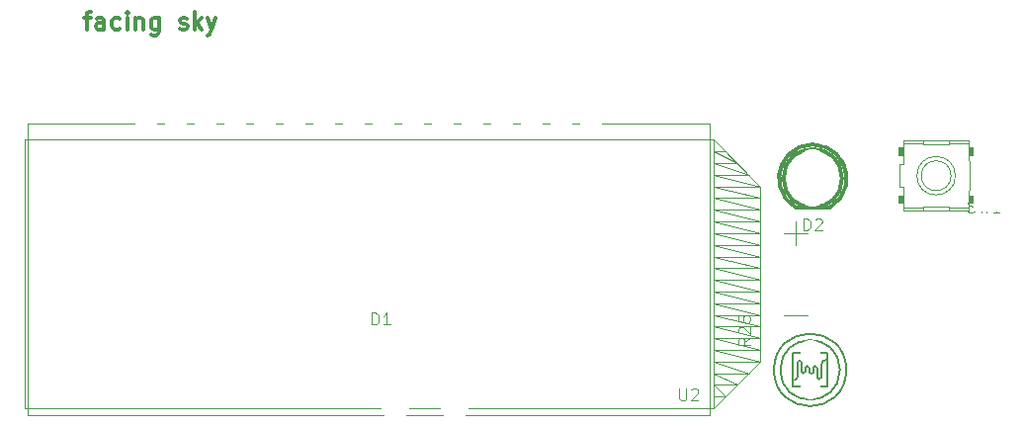
<source format=gbr>
%TF.GenerationSoftware,KiCad,Pcbnew,(2015-12-30 BZR 6409)-product*%
%TF.CreationDate,2016-01-04T10:30:51+01:00*%
%TF.ProjectId,gp8-clock,6770382D636C6F636B2E6B696361645F,rev?*%
%TF.FileFunction,Legend,Top*%
%FSLAX46Y46*%
G04 Gerber Fmt 4.6, Leading zero omitted, Abs format (unit mm)*
G04 Created by KiCad (PCBNEW (2015-12-30 BZR 6409)-product) date pon, 4 sty 2016, 10:30:51*
%MOMM*%
G01*
G04 APERTURE LIST*
%ADD10C,0.100000*%
%ADD11C,0.300000*%
%ADD12C,0.299720*%
%ADD13C,0.203200*%
%ADD14C,0.101600*%
%ADD15C,1.924000*%
%ADD16R,2.599640X1.924000*%
%ADD17O,2.599640X1.924000*%
%ADD18C,1.197560*%
%ADD19C,1.400760*%
%ADD20C,2.398980*%
%ADD21C,1.416000*%
%ADD22R,1.924000X2.599640*%
%ADD23O,1.924000X2.599640*%
%ADD24C,1.800000*%
%ADD25C,2.400000*%
%ADD26R,2.000000X1.800000*%
G04 APERTURE END LIST*
D10*
D11*
X112431428Y-80958571D02*
X113002857Y-80958571D01*
X112645714Y-81958571D02*
X112645714Y-80672857D01*
X112717142Y-80530000D01*
X112860000Y-80458571D01*
X113002857Y-80458571D01*
X114145714Y-81958571D02*
X114145714Y-81172857D01*
X114074285Y-81030000D01*
X113931428Y-80958571D01*
X113645714Y-80958571D01*
X113502857Y-81030000D01*
X114145714Y-81887143D02*
X114002857Y-81958571D01*
X113645714Y-81958571D01*
X113502857Y-81887143D01*
X113431428Y-81744286D01*
X113431428Y-81601429D01*
X113502857Y-81458571D01*
X113645714Y-81387143D01*
X114002857Y-81387143D01*
X114145714Y-81315714D01*
X115502857Y-81887143D02*
X115360000Y-81958571D01*
X115074286Y-81958571D01*
X114931428Y-81887143D01*
X114860000Y-81815714D01*
X114788571Y-81672857D01*
X114788571Y-81244286D01*
X114860000Y-81101429D01*
X114931428Y-81030000D01*
X115074286Y-80958571D01*
X115360000Y-80958571D01*
X115502857Y-81030000D01*
X116145714Y-81958571D02*
X116145714Y-80958571D01*
X116145714Y-80458571D02*
X116074285Y-80530000D01*
X116145714Y-80601429D01*
X116217142Y-80530000D01*
X116145714Y-80458571D01*
X116145714Y-80601429D01*
X116860000Y-80958571D02*
X116860000Y-81958571D01*
X116860000Y-81101429D02*
X116931428Y-81030000D01*
X117074286Y-80958571D01*
X117288571Y-80958571D01*
X117431428Y-81030000D01*
X117502857Y-81172857D01*
X117502857Y-81958571D01*
X118860000Y-80958571D02*
X118860000Y-82172857D01*
X118788571Y-82315714D01*
X118717143Y-82387143D01*
X118574286Y-82458571D01*
X118360000Y-82458571D01*
X118217143Y-82387143D01*
X118860000Y-81887143D02*
X118717143Y-81958571D01*
X118431429Y-81958571D01*
X118288571Y-81887143D01*
X118217143Y-81815714D01*
X118145714Y-81672857D01*
X118145714Y-81244286D01*
X118217143Y-81101429D01*
X118288571Y-81030000D01*
X118431429Y-80958571D01*
X118717143Y-80958571D01*
X118860000Y-81030000D01*
X120645714Y-81887143D02*
X120788571Y-81958571D01*
X121074286Y-81958571D01*
X121217143Y-81887143D01*
X121288571Y-81744286D01*
X121288571Y-81672857D01*
X121217143Y-81530000D01*
X121074286Y-81458571D01*
X120860000Y-81458571D01*
X120717143Y-81387143D01*
X120645714Y-81244286D01*
X120645714Y-81172857D01*
X120717143Y-81030000D01*
X120860000Y-80958571D01*
X121074286Y-80958571D01*
X121217143Y-81030000D01*
X121931429Y-81958571D02*
X121931429Y-80458571D01*
X122074286Y-81387143D02*
X122502857Y-81958571D01*
X122502857Y-80958571D02*
X121931429Y-81530000D01*
X123002858Y-80958571D02*
X123360001Y-81958571D01*
X123717143Y-80958571D02*
X123360001Y-81958571D01*
X123217143Y-82315714D01*
X123145715Y-82387143D01*
X123002858Y-82458571D01*
D10*
X166064000Y-90011000D02*
X107644000Y-90011000D01*
X107644000Y-90011000D02*
X107644000Y-115011000D01*
X166064000Y-115011000D02*
X107644000Y-115011000D01*
X166064000Y-90011000D02*
X166064000Y-115011000D01*
X167374000Y-92411000D02*
X166374000Y-92411000D01*
X166374000Y-92411000D02*
X168374000Y-93411000D01*
X168374000Y-93411000D02*
X166374000Y-93411000D01*
X166374000Y-93411000D02*
X169374000Y-94411000D01*
X169374000Y-94411000D02*
X166374000Y-94411000D01*
X166374000Y-94411000D02*
X170374000Y-95411000D01*
X170374000Y-95411000D02*
X166374000Y-95411000D01*
X166374000Y-95411000D02*
X170374000Y-96411000D01*
X170374000Y-96411000D02*
X166374000Y-96411000D01*
X166374000Y-96411000D02*
X170374000Y-97411000D01*
X170374000Y-97411000D02*
X166374000Y-97411000D01*
X166374000Y-97411000D02*
X170374000Y-98411000D01*
X170374000Y-98411000D02*
X166374000Y-98411000D01*
X166374000Y-98411000D02*
X170374000Y-99411000D01*
X170374000Y-99411000D02*
X166374000Y-99411000D01*
X166374000Y-99411000D02*
X170374000Y-100411000D01*
X170374000Y-100411000D02*
X166374000Y-100411000D01*
X166374000Y-100411000D02*
X170374000Y-101411000D01*
X170374000Y-101411000D02*
X166374000Y-101411000D01*
X166374000Y-101411000D02*
X170374000Y-102411000D01*
X170374000Y-102411000D02*
X166374000Y-102411000D01*
X166374000Y-102411000D02*
X170374000Y-103411000D01*
X170374000Y-103411000D02*
X166374000Y-103411000D01*
X166374000Y-103411000D02*
X170374000Y-104411000D01*
X170374000Y-104411000D02*
X166374000Y-104411000D01*
X166374000Y-104411000D02*
X170374000Y-105411000D01*
X170374000Y-105411000D02*
X166374000Y-105411000D01*
X166374000Y-105411000D02*
X170374000Y-106411000D01*
X170374000Y-106411000D02*
X166374000Y-106411000D01*
X166374000Y-106411000D02*
X170374000Y-107411000D01*
X170374000Y-107411000D02*
X166374000Y-107411000D01*
X166374000Y-107411000D02*
X170374000Y-108411000D01*
X170374000Y-108411000D02*
X166374000Y-108411000D01*
X166374000Y-108411000D02*
X170374000Y-109411000D01*
X170374000Y-109411000D02*
X166374000Y-109411000D01*
X166374000Y-109411000D02*
X170374000Y-110411000D01*
X170374000Y-110411000D02*
X166374000Y-110411000D01*
X166374000Y-110411000D02*
X169374000Y-111411000D01*
X169374000Y-111411000D02*
X166374000Y-111411000D01*
X166374000Y-111411000D02*
X168374000Y-112411000D01*
X168374000Y-112411000D02*
X166374000Y-112411000D01*
X166374000Y-112411000D02*
X167374000Y-113411000D01*
X167374000Y-113411000D02*
X166374000Y-113411000D01*
X172374000Y-106411000D02*
X174374000Y-106411000D01*
X173374000Y-98411000D02*
X173374000Y-100411000D01*
X172374000Y-99411000D02*
X174374000Y-99411000D01*
X166374000Y-91411000D02*
X166374000Y-114411000D01*
X166374000Y-91411000D02*
X170374000Y-95411000D01*
X166374000Y-114411000D02*
X170374000Y-110411000D01*
X170374000Y-110411000D02*
X170374000Y-105411000D01*
X170374000Y-95411000D02*
X170374000Y-105411000D01*
X107374000Y-114411000D02*
X166374000Y-114411000D01*
X107374000Y-91411000D02*
X166374000Y-91411000D01*
X107374000Y-114411000D02*
X107374000Y-91411000D01*
D12*
X173383340Y-97210360D02*
X176324660Y-97210360D01*
X176344980Y-97200200D02*
G75*
G03X177343200Y-93220020I-1490980J2489200D01*
G01*
X172354640Y-93240340D02*
G75*
G03X173383340Y-97210360I2499360J-1470660D01*
G01*
X177754680Y-94711000D02*
G75*
G03X174854000Y-91810320I-2900680J0D01*
G01*
X174854000Y-91810320D02*
G75*
G03X171953320Y-94711000I0J-2900680D01*
G01*
X177353360Y-94711000D02*
G75*
G03X177353360Y-94711000I-2499360J0D01*
G01*
D13*
X173125000Y-109692400D02*
X173125000Y-112557600D01*
X173125000Y-112557600D02*
X173800000Y-112557600D01*
X175450000Y-112557600D02*
X176125000Y-112557600D01*
X176125000Y-112557600D02*
X176125000Y-109692400D01*
X176125000Y-109692400D02*
X175450000Y-109692400D01*
X173800000Y-109692400D02*
X173125000Y-109692400D01*
X175568199Y-110720801D02*
G75*
G02X176039700Y-110249200I471551J50D01*
G01*
X175568200Y-110720800D02*
X175568200Y-111798700D01*
X175231300Y-111798700D02*
G75*
G03X175568200Y-111798700I168450J0D01*
G01*
X175231300Y-111798700D02*
X175231300Y-110922900D01*
X174894500Y-110922900D02*
G75*
G02X175231300Y-110922900I168400J0D01*
G01*
X174894500Y-110922900D02*
X174894500Y-111327100D01*
X174557600Y-111327100D02*
G75*
G03X174894500Y-111327100I168450J0D01*
G01*
X174557600Y-111327100D02*
X174557600Y-110922900D01*
X174220800Y-110922900D02*
G75*
G02X174557600Y-110922900I168400J0D01*
G01*
X174220800Y-110922900D02*
X174220800Y-111259700D01*
X173884000Y-111259700D02*
G75*
G03X174220800Y-111259700I168400J0D01*
G01*
X173884000Y-111259700D02*
X173884000Y-110451300D01*
X173547100Y-110451300D02*
G75*
G02X173884000Y-110451300I168450J0D01*
G01*
X173547100Y-110451300D02*
X173547100Y-111731300D01*
X173210300Y-112000800D02*
G75*
G03X173547100Y-111731300I60576J269500D01*
G01*
X177725000Y-111125000D02*
G75*
G03X177725000Y-111125000I-3100000J0D01*
G01*
X177175000Y-111125000D02*
G75*
G03X177175000Y-111125000I-2550000J0D01*
G01*
D14*
X188180600Y-97486100D02*
X182659400Y-97486100D01*
X182659400Y-97486100D02*
X182659400Y-95482400D01*
X182659400Y-95482400D02*
X182243800Y-95482400D01*
X182243800Y-95482400D02*
X182243800Y-93508400D01*
X182243800Y-93508400D02*
X182659400Y-93508400D01*
X182659400Y-93508400D02*
X182659400Y-91489900D01*
X182659400Y-91489900D02*
X188180600Y-91489900D01*
X188180600Y-91489900D02*
X188180600Y-93152200D01*
X188180600Y-93152200D02*
X188299400Y-93271000D01*
X188299400Y-93271000D02*
X188299400Y-95690200D01*
X188299400Y-95690200D02*
X188180600Y-95809000D01*
X188180600Y-95809000D02*
X188180600Y-97486100D01*
X182703900Y-91727400D02*
X184351400Y-91727400D01*
X184351400Y-91727400D02*
X184351400Y-91831300D01*
X184351400Y-91831300D02*
X186503500Y-91831300D01*
X186503500Y-91831300D02*
X186503500Y-91549300D01*
X186548000Y-91727400D02*
X188121200Y-91727400D01*
X184351400Y-91727400D02*
X184351400Y-91534500D01*
X182703900Y-97248600D02*
X184351400Y-97248600D01*
X184351400Y-97248600D02*
X184351400Y-97144700D01*
X184351400Y-97144700D02*
X186503500Y-97144700D01*
X186503500Y-97144700D02*
X186503500Y-97426700D01*
X186548000Y-97248600D02*
X188121200Y-97248600D01*
X184351400Y-97248600D02*
X184351400Y-97441600D01*
X186696400Y-94488000D02*
G75*
G03X186696400Y-94488000I-1276400J0D01*
G01*
X187067500Y-94488000D02*
G75*
G03X187067500Y-94488000I-1647500J0D01*
G01*
D10*
G36*
X188744600Y-96165100D02*
X188195500Y-96165100D01*
X188195500Y-96922100D01*
X188744600Y-96922100D01*
X188744600Y-96165100D01*
G37*
G36*
X188744600Y-92053900D02*
X188210300Y-92053900D01*
X188210300Y-92825700D01*
X188744600Y-92825700D01*
X188744600Y-92053900D01*
G37*
G36*
X182629700Y-96165100D02*
X182095400Y-96165100D01*
X182095400Y-96922100D01*
X182629700Y-96922100D01*
X182629700Y-96165100D01*
G37*
G36*
X182229000Y-94117000D02*
X182095400Y-94117000D01*
X182095400Y-94873900D01*
X182229000Y-94873900D01*
X182229000Y-94117000D01*
G37*
G36*
X182644500Y-92068800D02*
X182095400Y-92068800D01*
X182095400Y-92825700D01*
X182644500Y-92825700D01*
X182644500Y-92068800D01*
G37*
D14*
X163436905Y-112727619D02*
X163436905Y-113550095D01*
X163485286Y-113646857D01*
X163533667Y-113695238D01*
X163630429Y-113743619D01*
X163823952Y-113743619D01*
X163920714Y-113695238D01*
X163969095Y-113646857D01*
X164017476Y-113550095D01*
X164017476Y-112727619D01*
X164452905Y-112824381D02*
X164501286Y-112776000D01*
X164598048Y-112727619D01*
X164839952Y-112727619D01*
X164936714Y-112776000D01*
X164985095Y-112824381D01*
X165033476Y-112921143D01*
X165033476Y-113017905D01*
X164985095Y-113163048D01*
X164404524Y-113743619D01*
X165033476Y-113743619D01*
X137104096Y-107250619D02*
X137104096Y-106234619D01*
X137346001Y-106234619D01*
X137491143Y-106283000D01*
X137587905Y-106379762D01*
X137636286Y-106476524D01*
X137684667Y-106670048D01*
X137684667Y-106815190D01*
X137636286Y-107008714D01*
X137587905Y-107105476D01*
X137491143Y-107202238D01*
X137346001Y-107250619D01*
X137104096Y-107250619D01*
X138652286Y-107250619D02*
X138071715Y-107250619D01*
X138362001Y-107250619D02*
X138362001Y-106234619D01*
X138265239Y-106379762D01*
X138168477Y-106476524D01*
X138071715Y-106524905D01*
X174104096Y-99170619D02*
X174104096Y-98154619D01*
X174346001Y-98154619D01*
X174491143Y-98203000D01*
X174587905Y-98299762D01*
X174636286Y-98396524D01*
X174684667Y-98590048D01*
X174684667Y-98735190D01*
X174636286Y-98928714D01*
X174587905Y-99025476D01*
X174491143Y-99122238D01*
X174346001Y-99170619D01*
X174104096Y-99170619D01*
X175071715Y-98251381D02*
X175120096Y-98203000D01*
X175216858Y-98154619D01*
X175458762Y-98154619D01*
X175555524Y-98203000D01*
X175603905Y-98251381D01*
X175652286Y-98348143D01*
X175652286Y-98444905D01*
X175603905Y-98590048D01*
X175023334Y-99170619D01*
X175652286Y-99170619D01*
X169496619Y-108397524D02*
X169012810Y-108736190D01*
X169496619Y-108978095D02*
X168480619Y-108978095D01*
X168480619Y-108591048D01*
X168529000Y-108494286D01*
X168577381Y-108445905D01*
X168674143Y-108397524D01*
X168819286Y-108397524D01*
X168916048Y-108445905D01*
X168964429Y-108494286D01*
X169012810Y-108591048D01*
X169012810Y-108978095D01*
X168577381Y-108010476D02*
X168529000Y-107962095D01*
X168480619Y-107865333D01*
X168480619Y-107623429D01*
X168529000Y-107526667D01*
X168577381Y-107478286D01*
X168674143Y-107429905D01*
X168770905Y-107429905D01*
X168916048Y-107478286D01*
X169496619Y-108058857D01*
X169496619Y-107429905D01*
X168480619Y-106510667D02*
X168480619Y-106994476D01*
X168964429Y-107042857D01*
X168916048Y-106994476D01*
X168867667Y-106897714D01*
X168867667Y-106655810D01*
X168916048Y-106559048D01*
X168964429Y-106510667D01*
X169061190Y-106462286D01*
X169303095Y-106462286D01*
X169399857Y-106510667D01*
X169448238Y-106559048D01*
X169496619Y-106655810D01*
X169496619Y-106897714D01*
X169448238Y-106994476D01*
X169399857Y-107042857D01*
X188153524Y-97566238D02*
X188298667Y-97614619D01*
X188540571Y-97614619D01*
X188637333Y-97566238D01*
X188685714Y-97517857D01*
X188734095Y-97421095D01*
X188734095Y-97324333D01*
X188685714Y-97227571D01*
X188637333Y-97179190D01*
X188540571Y-97130810D01*
X188347048Y-97082429D01*
X188250286Y-97034048D01*
X188201905Y-96985667D01*
X188153524Y-96888905D01*
X188153524Y-96792143D01*
X188201905Y-96695381D01*
X188250286Y-96647000D01*
X188347048Y-96598619D01*
X188588952Y-96598619D01*
X188734095Y-96647000D01*
X189072762Y-96598619D02*
X189314667Y-97614619D01*
X189508190Y-96888905D01*
X189701714Y-97614619D01*
X189943619Y-96598619D01*
X190862857Y-97614619D02*
X190282286Y-97614619D01*
X190572572Y-97614619D02*
X190572572Y-96598619D01*
X190475810Y-96743762D01*
X190379048Y-96840524D01*
X190282286Y-96888905D01*
%LPC*%
D15*
X155904000Y-90011000D03*
X153364000Y-90011000D03*
X150824000Y-90011000D03*
X148284000Y-90011000D03*
X145744000Y-90011000D03*
X143204000Y-90011000D03*
X140664000Y-90011000D03*
X138124000Y-90011000D03*
X135584000Y-90011000D03*
X133044000Y-90011000D03*
X130504000Y-90011000D03*
X127964000Y-90011000D03*
X125424000Y-90011000D03*
X122884000Y-90011000D03*
X120344000Y-90011000D03*
X117804000Y-90011000D03*
X173414000Y-101711000D03*
X173414000Y-104251000D03*
D16*
X103854000Y-104251000D03*
D17*
X103854000Y-101711000D03*
X103854000Y-99171000D03*
D18*
X199953700Y-104397380D03*
X199951160Y-100600080D03*
D19*
X121539000Y-102349300D03*
X121539000Y-100850700D03*
D20*
X174854000Y-93441000D03*
X174854000Y-95981000D03*
D16*
X178308000Y-100076000D03*
D17*
X178308000Y-102616000D03*
X178308000Y-105156000D03*
D21*
X130556000Y-96520000D03*
X133096000Y-96520000D03*
D22*
X143510000Y-125730000D03*
D23*
X146050000Y-125730000D03*
X148590000Y-125730000D03*
X151130000Y-125730000D03*
D21*
X192786000Y-105156000D03*
X195326000Y-105156000D03*
X193294000Y-110744000D03*
X195834000Y-110744000D03*
X182118000Y-107696000D03*
X184658000Y-107696000D03*
D24*
X174625000Y-109425000D03*
X174625000Y-112825000D03*
D25*
X186055000Y-115580160D03*
X186055000Y-123179840D03*
D26*
X189620000Y-92238000D03*
X181220000Y-92238000D03*
X181220000Y-94488000D03*
X181220000Y-96738000D03*
X189620000Y-96738000D03*
D22*
X157480000Y-118110000D03*
D23*
X154940000Y-118110000D03*
D20*
X139065000Y-114300000D03*
X144145000Y-114300000D03*
X116205000Y-109220000D03*
X111125000Y-109220000D03*
M02*

</source>
